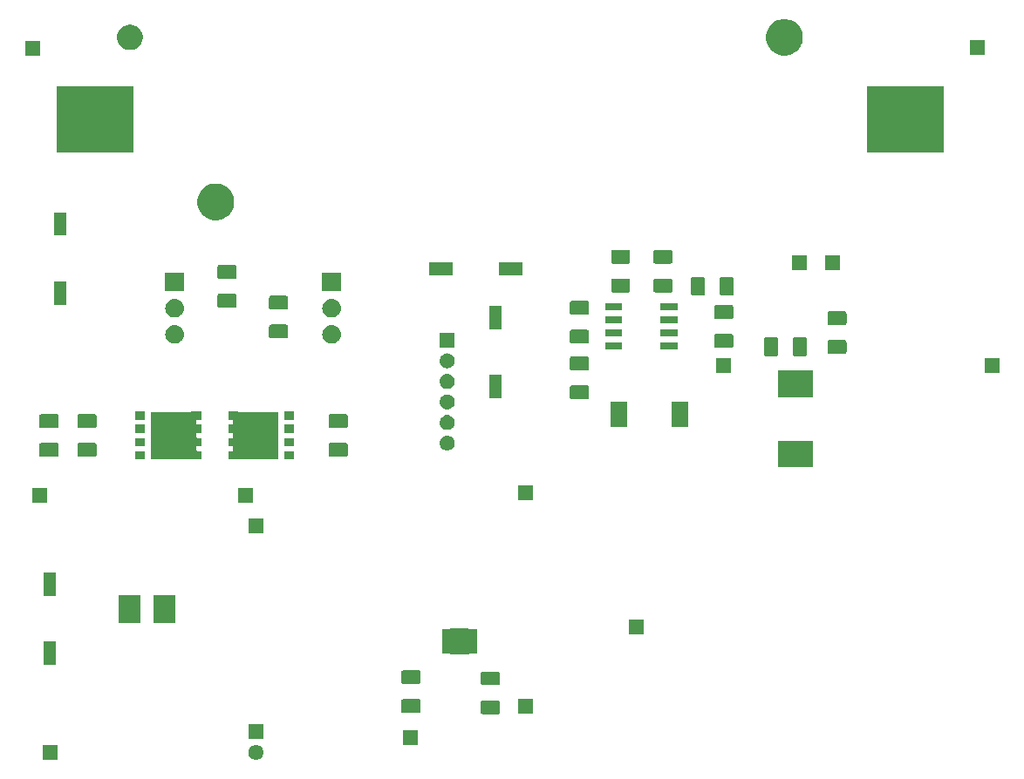
<source format=gbr>
G04 #@! TF.GenerationSoftware,KiCad,Pcbnew,(5.1.0)-1*
G04 #@! TF.CreationDate,2019-06-24T17:02:51-03:00*
G04 #@! TF.ProjectId,Main,4d61696e-2e6b-4696-9361-645f70636258,rev?*
G04 #@! TF.SameCoordinates,Original*
G04 #@! TF.FileFunction,Soldermask,Top*
G04 #@! TF.FilePolarity,Negative*
%FSLAX46Y46*%
G04 Gerber Fmt 4.6, Leading zero omitted, Abs format (unit mm)*
G04 Created by KiCad (PCBNEW (5.1.0)-1) date 2019-06-24 17:02:51*
%MOMM*%
%LPD*%
G04 APERTURE LIST*
%ADD10C,0.100000*%
G04 APERTURE END LIST*
D10*
G36*
X76671213Y-137677502D02*
G01*
X76742321Y-137684505D01*
X76879172Y-137726019D01*
X76879175Y-137726020D01*
X77005294Y-137793432D01*
X77115843Y-137884157D01*
X77206568Y-137994706D01*
X77273980Y-138120825D01*
X77273981Y-138120828D01*
X77315495Y-138257679D01*
X77329512Y-138400000D01*
X77315495Y-138542321D01*
X77273981Y-138679172D01*
X77273980Y-138679175D01*
X77206568Y-138805294D01*
X77115843Y-138915843D01*
X77005294Y-139006568D01*
X76879175Y-139073980D01*
X76879172Y-139073981D01*
X76742321Y-139115495D01*
X76671213Y-139122498D01*
X76635660Y-139126000D01*
X76564340Y-139126000D01*
X76528787Y-139122498D01*
X76457679Y-139115495D01*
X76320828Y-139073981D01*
X76320825Y-139073980D01*
X76194706Y-139006568D01*
X76084157Y-138915843D01*
X75993432Y-138805294D01*
X75926020Y-138679175D01*
X75926019Y-138679172D01*
X75884505Y-138542321D01*
X75870488Y-138400000D01*
X75884505Y-138257679D01*
X75926019Y-138120828D01*
X75926020Y-138120825D01*
X75993432Y-137994706D01*
X76084157Y-137884157D01*
X76194706Y-137793432D01*
X76320825Y-137726020D01*
X76320828Y-137726019D01*
X76457679Y-137684505D01*
X76528787Y-137677502D01*
X76564340Y-137674000D01*
X76635660Y-137674000D01*
X76671213Y-137677502D01*
X76671213Y-137677502D01*
G37*
G36*
X57326000Y-139126000D02*
G01*
X55874000Y-139126000D01*
X55874000Y-137674000D01*
X57326000Y-137674000D01*
X57326000Y-139126000D01*
X57326000Y-139126000D01*
G37*
G36*
X92326000Y-137656000D02*
G01*
X90874000Y-137656000D01*
X90874000Y-136204000D01*
X92326000Y-136204000D01*
X92326000Y-137656000D01*
X92326000Y-137656000D01*
G37*
G36*
X77326000Y-137126000D02*
G01*
X75874000Y-137126000D01*
X75874000Y-135674000D01*
X77326000Y-135674000D01*
X77326000Y-137126000D01*
X77326000Y-137126000D01*
G37*
G36*
X100118604Y-133328347D02*
G01*
X100155144Y-133339432D01*
X100188821Y-133357433D01*
X100218341Y-133381659D01*
X100242567Y-133411179D01*
X100260568Y-133444856D01*
X100271653Y-133481396D01*
X100276000Y-133525538D01*
X100276000Y-134474462D01*
X100271653Y-134518604D01*
X100260568Y-134555144D01*
X100242567Y-134588821D01*
X100218341Y-134618341D01*
X100188821Y-134642567D01*
X100155144Y-134660568D01*
X100118604Y-134671653D01*
X100074462Y-134676000D01*
X98625538Y-134676000D01*
X98581396Y-134671653D01*
X98544856Y-134660568D01*
X98511179Y-134642567D01*
X98481659Y-134618341D01*
X98457433Y-134588821D01*
X98439432Y-134555144D01*
X98428347Y-134518604D01*
X98424000Y-134474462D01*
X98424000Y-133525538D01*
X98428347Y-133481396D01*
X98439432Y-133444856D01*
X98457433Y-133411179D01*
X98481659Y-133381659D01*
X98511179Y-133357433D01*
X98544856Y-133339432D01*
X98581396Y-133328347D01*
X98625538Y-133324000D01*
X100074462Y-133324000D01*
X100118604Y-133328347D01*
X100118604Y-133328347D01*
G37*
G36*
X103476000Y-134636000D02*
G01*
X102024000Y-134636000D01*
X102024000Y-133184000D01*
X103476000Y-133184000D01*
X103476000Y-134636000D01*
X103476000Y-134636000D01*
G37*
G36*
X92405603Y-133213348D02*
G01*
X92442143Y-133224433D01*
X92475820Y-133242434D01*
X92505340Y-133266660D01*
X92529566Y-133296180D01*
X92547567Y-133329857D01*
X92558652Y-133366397D01*
X92562999Y-133410539D01*
X92562999Y-134359463D01*
X92558652Y-134403605D01*
X92547567Y-134440145D01*
X92529566Y-134473822D01*
X92505340Y-134503342D01*
X92475820Y-134527568D01*
X92442143Y-134545569D01*
X92405603Y-134556654D01*
X92361461Y-134561001D01*
X90912537Y-134561001D01*
X90868395Y-134556654D01*
X90831855Y-134545569D01*
X90798178Y-134527568D01*
X90768658Y-134503342D01*
X90744432Y-134473822D01*
X90726431Y-134440145D01*
X90715346Y-134403605D01*
X90710999Y-134359463D01*
X90710999Y-133410539D01*
X90715346Y-133366397D01*
X90726431Y-133329857D01*
X90744432Y-133296180D01*
X90768658Y-133266660D01*
X90798178Y-133242434D01*
X90831855Y-133224433D01*
X90868395Y-133213348D01*
X90912537Y-133209001D01*
X92361461Y-133209001D01*
X92405603Y-133213348D01*
X92405603Y-133213348D01*
G37*
G36*
X100118604Y-130528347D02*
G01*
X100155144Y-130539432D01*
X100188821Y-130557433D01*
X100218341Y-130581659D01*
X100242567Y-130611179D01*
X100260568Y-130644856D01*
X100271653Y-130681396D01*
X100276000Y-130725538D01*
X100276000Y-131674462D01*
X100271653Y-131718604D01*
X100260568Y-131755144D01*
X100242567Y-131788821D01*
X100218341Y-131818341D01*
X100188821Y-131842567D01*
X100155144Y-131860568D01*
X100118604Y-131871653D01*
X100074462Y-131876000D01*
X98625538Y-131876000D01*
X98581396Y-131871653D01*
X98544856Y-131860568D01*
X98511179Y-131842567D01*
X98481659Y-131818341D01*
X98457433Y-131788821D01*
X98439432Y-131755144D01*
X98428347Y-131718604D01*
X98424000Y-131674462D01*
X98424000Y-130725538D01*
X98428347Y-130681396D01*
X98439432Y-130644856D01*
X98457433Y-130611179D01*
X98481659Y-130581659D01*
X98511179Y-130557433D01*
X98544856Y-130539432D01*
X98581396Y-130528347D01*
X98625538Y-130524000D01*
X100074462Y-130524000D01*
X100118604Y-130528347D01*
X100118604Y-130528347D01*
G37*
G36*
X92405603Y-130413348D02*
G01*
X92442143Y-130424433D01*
X92475820Y-130442434D01*
X92505340Y-130466660D01*
X92529566Y-130496180D01*
X92547567Y-130529857D01*
X92558652Y-130566397D01*
X92562999Y-130610539D01*
X92562999Y-131559463D01*
X92558652Y-131603605D01*
X92547567Y-131640145D01*
X92529566Y-131673822D01*
X92505340Y-131703342D01*
X92475820Y-131727568D01*
X92442143Y-131745569D01*
X92405603Y-131756654D01*
X92361461Y-131761001D01*
X90912537Y-131761001D01*
X90868395Y-131756654D01*
X90831855Y-131745569D01*
X90798178Y-131727568D01*
X90768658Y-131703342D01*
X90744432Y-131673822D01*
X90726431Y-131640145D01*
X90715346Y-131603605D01*
X90710999Y-131559463D01*
X90710999Y-130610539D01*
X90715346Y-130566397D01*
X90726431Y-130529857D01*
X90744432Y-130496180D01*
X90768658Y-130466660D01*
X90798178Y-130442434D01*
X90831855Y-130424433D01*
X90868395Y-130413348D01*
X90912537Y-130409001D01*
X92361461Y-130409001D01*
X92405603Y-130413348D01*
X92405603Y-130413348D01*
G37*
G36*
X57211000Y-129896000D02*
G01*
X55989000Y-129896000D01*
X55989000Y-127634000D01*
X57211000Y-127634000D01*
X57211000Y-129896000D01*
X57211000Y-129896000D01*
G37*
G36*
X97262611Y-126362389D02*
G01*
X97281553Y-126377934D01*
X97303164Y-126389485D01*
X97326613Y-126396598D01*
X97350999Y-126399000D01*
X98051000Y-126399000D01*
X98051000Y-128801000D01*
X97350999Y-128801000D01*
X97326613Y-128803402D01*
X97303164Y-128810515D01*
X97281553Y-128822066D01*
X97262611Y-128837611D01*
X97251623Y-128851000D01*
X95448377Y-128851000D01*
X95437389Y-128837611D01*
X95418447Y-128822066D01*
X95396836Y-128810515D01*
X95373387Y-128803402D01*
X95349001Y-128801000D01*
X94649000Y-128801000D01*
X94649000Y-126399000D01*
X95349001Y-126399000D01*
X95373387Y-126396598D01*
X95396836Y-126389485D01*
X95418447Y-126377934D01*
X95437389Y-126362389D01*
X95448377Y-126349000D01*
X97251623Y-126349000D01*
X97262611Y-126362389D01*
X97262611Y-126362389D01*
G37*
G36*
X114276000Y-126926000D02*
G01*
X112824000Y-126926000D01*
X112824000Y-125474000D01*
X114276000Y-125474000D01*
X114276000Y-126926000D01*
X114276000Y-126926000D01*
G37*
G36*
X68801000Y-125786000D02*
G01*
X66699000Y-125786000D01*
X66699000Y-123134000D01*
X68801000Y-123134000D01*
X68801000Y-125786000D01*
X68801000Y-125786000D01*
G37*
G36*
X65381000Y-125786000D02*
G01*
X63279000Y-125786000D01*
X63279000Y-123134000D01*
X65381000Y-123134000D01*
X65381000Y-125786000D01*
X65381000Y-125786000D01*
G37*
G36*
X57211000Y-123166000D02*
G01*
X55989000Y-123166000D01*
X55989000Y-120904000D01*
X57211000Y-120904000D01*
X57211000Y-123166000D01*
X57211000Y-123166000D01*
G37*
G36*
X77326000Y-117126000D02*
G01*
X75874000Y-117126000D01*
X75874000Y-115674000D01*
X77326000Y-115674000D01*
X77326000Y-117126000D01*
X77326000Y-117126000D01*
G37*
G36*
X76326000Y-114126000D02*
G01*
X74874000Y-114126000D01*
X74874000Y-112674000D01*
X76326000Y-112674000D01*
X76326000Y-114126000D01*
X76326000Y-114126000D01*
G37*
G36*
X56326000Y-114126000D02*
G01*
X54874000Y-114126000D01*
X54874000Y-112674000D01*
X56326000Y-112674000D01*
X56326000Y-114126000D01*
X56326000Y-114126000D01*
G37*
G36*
X103476000Y-113926000D02*
G01*
X102024000Y-113926000D01*
X102024000Y-112474000D01*
X103476000Y-112474000D01*
X103476000Y-113926000D01*
X103476000Y-113926000D01*
G37*
G36*
X130701000Y-110701000D02*
G01*
X127299000Y-110701000D01*
X127299000Y-108099000D01*
X130701000Y-108099000D01*
X130701000Y-110701000D01*
X130701000Y-110701000D01*
G37*
G36*
X80301000Y-109911000D02*
G01*
X79399000Y-109911000D01*
X79399000Y-109109000D01*
X80301000Y-109109000D01*
X80301000Y-109911000D01*
X80301000Y-109911000D01*
G37*
G36*
X74878164Y-105289485D02*
G01*
X74901613Y-105296598D01*
X74925999Y-105299000D01*
X78796000Y-105299000D01*
X78796000Y-109901000D01*
X74925999Y-109901000D01*
X74901613Y-109903402D01*
X74878164Y-109910515D01*
X74877257Y-109911000D01*
X73899000Y-109911000D01*
X73899000Y-109109000D01*
X74279001Y-109109000D01*
X74303387Y-109106598D01*
X74326836Y-109099485D01*
X74348447Y-109087934D01*
X74367389Y-109072389D01*
X74382934Y-109053447D01*
X74394485Y-109031836D01*
X74401598Y-109008387D01*
X74404000Y-108984001D01*
X74404000Y-108765999D01*
X74401598Y-108741613D01*
X74394485Y-108718164D01*
X74382934Y-108696553D01*
X74367389Y-108677611D01*
X74348447Y-108662066D01*
X74326836Y-108650515D01*
X74303387Y-108643402D01*
X74279001Y-108641000D01*
X73899000Y-108641000D01*
X73899000Y-107839000D01*
X74279001Y-107839000D01*
X74303387Y-107836598D01*
X74326836Y-107829485D01*
X74348447Y-107817934D01*
X74367389Y-107802389D01*
X74382934Y-107783447D01*
X74394485Y-107761836D01*
X74401598Y-107738387D01*
X74404000Y-107714001D01*
X74404000Y-107485999D01*
X74401598Y-107461613D01*
X74394485Y-107438164D01*
X74382934Y-107416553D01*
X74367389Y-107397611D01*
X74348447Y-107382066D01*
X74326836Y-107370515D01*
X74303387Y-107363402D01*
X74279001Y-107361000D01*
X73899000Y-107361000D01*
X73899000Y-106559000D01*
X74279001Y-106559000D01*
X74303387Y-106556598D01*
X74326836Y-106549485D01*
X74348447Y-106537934D01*
X74367389Y-106522389D01*
X74382934Y-106503447D01*
X74394485Y-106481836D01*
X74401598Y-106458387D01*
X74404000Y-106434001D01*
X74404000Y-106215999D01*
X74401598Y-106191613D01*
X74394485Y-106168164D01*
X74382934Y-106146553D01*
X74367389Y-106127611D01*
X74348447Y-106112066D01*
X74326836Y-106100515D01*
X74303387Y-106093402D01*
X74279001Y-106091000D01*
X73899000Y-106091000D01*
X73899000Y-105289000D01*
X74877257Y-105289000D01*
X74878164Y-105289485D01*
X74878164Y-105289485D01*
G37*
G36*
X65801000Y-109911000D02*
G01*
X64899000Y-109911000D01*
X64899000Y-109109000D01*
X65801000Y-109109000D01*
X65801000Y-109911000D01*
X65801000Y-109911000D01*
G37*
G36*
X71301000Y-106091000D02*
G01*
X70920999Y-106091000D01*
X70896613Y-106093402D01*
X70873164Y-106100515D01*
X70851553Y-106112066D01*
X70832611Y-106127611D01*
X70817066Y-106146553D01*
X70805515Y-106168164D01*
X70798402Y-106191613D01*
X70796000Y-106215999D01*
X70796000Y-106434001D01*
X70798402Y-106458387D01*
X70805515Y-106481836D01*
X70817066Y-106503447D01*
X70832611Y-106522389D01*
X70851553Y-106537934D01*
X70873164Y-106549485D01*
X70896613Y-106556598D01*
X70920999Y-106559000D01*
X71301000Y-106559000D01*
X71301000Y-107361000D01*
X70920999Y-107361000D01*
X70896613Y-107363402D01*
X70873164Y-107370515D01*
X70851553Y-107382066D01*
X70832611Y-107397611D01*
X70817066Y-107416553D01*
X70805515Y-107438164D01*
X70798402Y-107461613D01*
X70796000Y-107485999D01*
X70796000Y-107714001D01*
X70798402Y-107738387D01*
X70805515Y-107761836D01*
X70817066Y-107783447D01*
X70832611Y-107802389D01*
X70851553Y-107817934D01*
X70873164Y-107829485D01*
X70896613Y-107836598D01*
X70920999Y-107839000D01*
X71301000Y-107839000D01*
X71301000Y-108641000D01*
X70920999Y-108641000D01*
X70896613Y-108643402D01*
X70873164Y-108650515D01*
X70851553Y-108662066D01*
X70832611Y-108677611D01*
X70817066Y-108696553D01*
X70805515Y-108718164D01*
X70798402Y-108741613D01*
X70796000Y-108765999D01*
X70796000Y-108984001D01*
X70798402Y-109008387D01*
X70805515Y-109031836D01*
X70817066Y-109053447D01*
X70832611Y-109072389D01*
X70851553Y-109087934D01*
X70873164Y-109099485D01*
X70896613Y-109106598D01*
X70920999Y-109109000D01*
X71301000Y-109109000D01*
X71301000Y-109911000D01*
X70322743Y-109911000D01*
X70321836Y-109910515D01*
X70298387Y-109903402D01*
X70274001Y-109901000D01*
X66404000Y-109901000D01*
X66404000Y-105299000D01*
X70274001Y-105299000D01*
X70298387Y-105296598D01*
X70321836Y-105289485D01*
X70322743Y-105289000D01*
X71301000Y-105289000D01*
X71301000Y-106091000D01*
X71301000Y-106091000D01*
G37*
G36*
X57268604Y-108328347D02*
G01*
X57305144Y-108339432D01*
X57338821Y-108357433D01*
X57368341Y-108381659D01*
X57392567Y-108411179D01*
X57410568Y-108444856D01*
X57421653Y-108481396D01*
X57426000Y-108525538D01*
X57426000Y-109474462D01*
X57421653Y-109518604D01*
X57410568Y-109555144D01*
X57392567Y-109588821D01*
X57368341Y-109618341D01*
X57338821Y-109642567D01*
X57305144Y-109660568D01*
X57268604Y-109671653D01*
X57224462Y-109676000D01*
X55775538Y-109676000D01*
X55731396Y-109671653D01*
X55694856Y-109660568D01*
X55661179Y-109642567D01*
X55631659Y-109618341D01*
X55607433Y-109588821D01*
X55589432Y-109555144D01*
X55578347Y-109518604D01*
X55574000Y-109474462D01*
X55574000Y-108525538D01*
X55578347Y-108481396D01*
X55589432Y-108444856D01*
X55607433Y-108411179D01*
X55631659Y-108381659D01*
X55661179Y-108357433D01*
X55694856Y-108339432D01*
X55731396Y-108328347D01*
X55775538Y-108324000D01*
X57224462Y-108324000D01*
X57268604Y-108328347D01*
X57268604Y-108328347D01*
G37*
G36*
X60968604Y-108328347D02*
G01*
X61005144Y-108339432D01*
X61038821Y-108357433D01*
X61068341Y-108381659D01*
X61092567Y-108411179D01*
X61110568Y-108444856D01*
X61121653Y-108481396D01*
X61126000Y-108525538D01*
X61126000Y-109474462D01*
X61121653Y-109518604D01*
X61110568Y-109555144D01*
X61092567Y-109588821D01*
X61068341Y-109618341D01*
X61038821Y-109642567D01*
X61005144Y-109660568D01*
X60968604Y-109671653D01*
X60924462Y-109676000D01*
X59475538Y-109676000D01*
X59431396Y-109671653D01*
X59394856Y-109660568D01*
X59361179Y-109642567D01*
X59331659Y-109618341D01*
X59307433Y-109588821D01*
X59289432Y-109555144D01*
X59278347Y-109518604D01*
X59274000Y-109474462D01*
X59274000Y-108525538D01*
X59278347Y-108481396D01*
X59289432Y-108444856D01*
X59307433Y-108411179D01*
X59331659Y-108381659D01*
X59361179Y-108357433D01*
X59394856Y-108339432D01*
X59431396Y-108328347D01*
X59475538Y-108324000D01*
X60924462Y-108324000D01*
X60968604Y-108328347D01*
X60968604Y-108328347D01*
G37*
G36*
X85368604Y-108328347D02*
G01*
X85405144Y-108339432D01*
X85438821Y-108357433D01*
X85468341Y-108381659D01*
X85492567Y-108411179D01*
X85510568Y-108444856D01*
X85521653Y-108481396D01*
X85526000Y-108525538D01*
X85526000Y-109474462D01*
X85521653Y-109518604D01*
X85510568Y-109555144D01*
X85492567Y-109588821D01*
X85468341Y-109618341D01*
X85438821Y-109642567D01*
X85405144Y-109660568D01*
X85368604Y-109671653D01*
X85324462Y-109676000D01*
X83875538Y-109676000D01*
X83831396Y-109671653D01*
X83794856Y-109660568D01*
X83761179Y-109642567D01*
X83731659Y-109618341D01*
X83707433Y-109588821D01*
X83689432Y-109555144D01*
X83678347Y-109518604D01*
X83674000Y-109474462D01*
X83674000Y-108525538D01*
X83678347Y-108481396D01*
X83689432Y-108444856D01*
X83707433Y-108411179D01*
X83731659Y-108381659D01*
X83761179Y-108357433D01*
X83794856Y-108339432D01*
X83831396Y-108328347D01*
X83875538Y-108324000D01*
X85324462Y-108324000D01*
X85368604Y-108328347D01*
X85368604Y-108328347D01*
G37*
G36*
X95231213Y-107617502D02*
G01*
X95302321Y-107624505D01*
X95439172Y-107666019D01*
X95439175Y-107666020D01*
X95565294Y-107733432D01*
X95675843Y-107824157D01*
X95766568Y-107934706D01*
X95833980Y-108060825D01*
X95833981Y-108060828D01*
X95875495Y-108197679D01*
X95889512Y-108340000D01*
X95875495Y-108482321D01*
X95833981Y-108619172D01*
X95833980Y-108619175D01*
X95766568Y-108745294D01*
X95675843Y-108855843D01*
X95565294Y-108946568D01*
X95439175Y-109013980D01*
X95439172Y-109013981D01*
X95302321Y-109055495D01*
X95231213Y-109062498D01*
X95195660Y-109066000D01*
X95124340Y-109066000D01*
X95088787Y-109062498D01*
X95017679Y-109055495D01*
X94880828Y-109013981D01*
X94880825Y-109013980D01*
X94754706Y-108946568D01*
X94644157Y-108855843D01*
X94553432Y-108745294D01*
X94486020Y-108619175D01*
X94486019Y-108619172D01*
X94444505Y-108482321D01*
X94430488Y-108340000D01*
X94444505Y-108197679D01*
X94486019Y-108060828D01*
X94486020Y-108060825D01*
X94553432Y-107934706D01*
X94644157Y-107824157D01*
X94754706Y-107733432D01*
X94880825Y-107666020D01*
X94880828Y-107666019D01*
X95017679Y-107624505D01*
X95088787Y-107617502D01*
X95124340Y-107614000D01*
X95195660Y-107614000D01*
X95231213Y-107617502D01*
X95231213Y-107617502D01*
G37*
G36*
X80301000Y-108641000D02*
G01*
X79399000Y-108641000D01*
X79399000Y-107839000D01*
X80301000Y-107839000D01*
X80301000Y-108641000D01*
X80301000Y-108641000D01*
G37*
G36*
X65801000Y-108641000D02*
G01*
X64899000Y-108641000D01*
X64899000Y-107839000D01*
X65801000Y-107839000D01*
X65801000Y-108641000D01*
X65801000Y-108641000D01*
G37*
G36*
X65801000Y-107361000D02*
G01*
X64899000Y-107361000D01*
X64899000Y-106559000D01*
X65801000Y-106559000D01*
X65801000Y-107361000D01*
X65801000Y-107361000D01*
G37*
G36*
X80301000Y-107361000D02*
G01*
X79399000Y-107361000D01*
X79399000Y-106559000D01*
X80301000Y-106559000D01*
X80301000Y-107361000D01*
X80301000Y-107361000D01*
G37*
G36*
X95231213Y-105617502D02*
G01*
X95302321Y-105624505D01*
X95439172Y-105666019D01*
X95439175Y-105666020D01*
X95565294Y-105733432D01*
X95675843Y-105824157D01*
X95766568Y-105934706D01*
X95833980Y-106060825D01*
X95833981Y-106060828D01*
X95875495Y-106197679D01*
X95889512Y-106340000D01*
X95875495Y-106482321D01*
X95852963Y-106556598D01*
X95833980Y-106619175D01*
X95766568Y-106745294D01*
X95675843Y-106855843D01*
X95565294Y-106946568D01*
X95439175Y-107013980D01*
X95439172Y-107013981D01*
X95302321Y-107055495D01*
X95231213Y-107062498D01*
X95195660Y-107066000D01*
X95124340Y-107066000D01*
X95088787Y-107062498D01*
X95017679Y-107055495D01*
X94880828Y-107013981D01*
X94880825Y-107013980D01*
X94754706Y-106946568D01*
X94644157Y-106855843D01*
X94553432Y-106745294D01*
X94486020Y-106619175D01*
X94467037Y-106556598D01*
X94444505Y-106482321D01*
X94430488Y-106340000D01*
X94444505Y-106197679D01*
X94486019Y-106060828D01*
X94486020Y-106060825D01*
X94553432Y-105934706D01*
X94644157Y-105824157D01*
X94754706Y-105733432D01*
X94880825Y-105666020D01*
X94880828Y-105666019D01*
X95017679Y-105624505D01*
X95088787Y-105617502D01*
X95124340Y-105614000D01*
X95195660Y-105614000D01*
X95231213Y-105617502D01*
X95231213Y-105617502D01*
G37*
G36*
X57268604Y-105528347D02*
G01*
X57305144Y-105539432D01*
X57338821Y-105557433D01*
X57368341Y-105581659D01*
X57392567Y-105611179D01*
X57410568Y-105644856D01*
X57421653Y-105681396D01*
X57426000Y-105725538D01*
X57426000Y-106674462D01*
X57421653Y-106718604D01*
X57410568Y-106755144D01*
X57392567Y-106788821D01*
X57368341Y-106818341D01*
X57338821Y-106842567D01*
X57305144Y-106860568D01*
X57268604Y-106871653D01*
X57224462Y-106876000D01*
X55775538Y-106876000D01*
X55731396Y-106871653D01*
X55694856Y-106860568D01*
X55661179Y-106842567D01*
X55631659Y-106818341D01*
X55607433Y-106788821D01*
X55589432Y-106755144D01*
X55578347Y-106718604D01*
X55574000Y-106674462D01*
X55574000Y-105725538D01*
X55578347Y-105681396D01*
X55589432Y-105644856D01*
X55607433Y-105611179D01*
X55631659Y-105581659D01*
X55661179Y-105557433D01*
X55694856Y-105539432D01*
X55731396Y-105528347D01*
X55775538Y-105524000D01*
X57224462Y-105524000D01*
X57268604Y-105528347D01*
X57268604Y-105528347D01*
G37*
G36*
X60968604Y-105528347D02*
G01*
X61005144Y-105539432D01*
X61038821Y-105557433D01*
X61068341Y-105581659D01*
X61092567Y-105611179D01*
X61110568Y-105644856D01*
X61121653Y-105681396D01*
X61126000Y-105725538D01*
X61126000Y-106674462D01*
X61121653Y-106718604D01*
X61110568Y-106755144D01*
X61092567Y-106788821D01*
X61068341Y-106818341D01*
X61038821Y-106842567D01*
X61005144Y-106860568D01*
X60968604Y-106871653D01*
X60924462Y-106876000D01*
X59475538Y-106876000D01*
X59431396Y-106871653D01*
X59394856Y-106860568D01*
X59361179Y-106842567D01*
X59331659Y-106818341D01*
X59307433Y-106788821D01*
X59289432Y-106755144D01*
X59278347Y-106718604D01*
X59274000Y-106674462D01*
X59274000Y-105725538D01*
X59278347Y-105681396D01*
X59289432Y-105644856D01*
X59307433Y-105611179D01*
X59331659Y-105581659D01*
X59361179Y-105557433D01*
X59394856Y-105539432D01*
X59431396Y-105528347D01*
X59475538Y-105524000D01*
X60924462Y-105524000D01*
X60968604Y-105528347D01*
X60968604Y-105528347D01*
G37*
G36*
X85368604Y-105528347D02*
G01*
X85405144Y-105539432D01*
X85438821Y-105557433D01*
X85468341Y-105581659D01*
X85492567Y-105611179D01*
X85510568Y-105644856D01*
X85521653Y-105681396D01*
X85526000Y-105725538D01*
X85526000Y-106674462D01*
X85521653Y-106718604D01*
X85510568Y-106755144D01*
X85492567Y-106788821D01*
X85468341Y-106818341D01*
X85438821Y-106842567D01*
X85405144Y-106860568D01*
X85368604Y-106871653D01*
X85324462Y-106876000D01*
X83875538Y-106876000D01*
X83831396Y-106871653D01*
X83794856Y-106860568D01*
X83761179Y-106842567D01*
X83731659Y-106818341D01*
X83707433Y-106788821D01*
X83689432Y-106755144D01*
X83678347Y-106718604D01*
X83674000Y-106674462D01*
X83674000Y-105725538D01*
X83678347Y-105681396D01*
X83689432Y-105644856D01*
X83707433Y-105611179D01*
X83731659Y-105581659D01*
X83761179Y-105557433D01*
X83794856Y-105539432D01*
X83831396Y-105528347D01*
X83875538Y-105524000D01*
X85324462Y-105524000D01*
X85368604Y-105528347D01*
X85368604Y-105528347D01*
G37*
G36*
X118516000Y-106781000D02*
G01*
X116964000Y-106781000D01*
X116964000Y-104279000D01*
X118516000Y-104279000D01*
X118516000Y-106781000D01*
X118516000Y-106781000D01*
G37*
G36*
X112616000Y-106781000D02*
G01*
X111064000Y-106781000D01*
X111064000Y-104279000D01*
X112616000Y-104279000D01*
X112616000Y-106781000D01*
X112616000Y-106781000D01*
G37*
G36*
X65801000Y-106091000D02*
G01*
X64899000Y-106091000D01*
X64899000Y-105289000D01*
X65801000Y-105289000D01*
X65801000Y-106091000D01*
X65801000Y-106091000D01*
G37*
G36*
X80301000Y-106091000D02*
G01*
X79399000Y-106091000D01*
X79399000Y-105289000D01*
X80301000Y-105289000D01*
X80301000Y-106091000D01*
X80301000Y-106091000D01*
G37*
G36*
X95231213Y-103617502D02*
G01*
X95302321Y-103624505D01*
X95439172Y-103666019D01*
X95439175Y-103666020D01*
X95565294Y-103733432D01*
X95675843Y-103824157D01*
X95766568Y-103934706D01*
X95833980Y-104060825D01*
X95833981Y-104060828D01*
X95875495Y-104197679D01*
X95889512Y-104340000D01*
X95875495Y-104482321D01*
X95833981Y-104619172D01*
X95833980Y-104619175D01*
X95766568Y-104745294D01*
X95675843Y-104855843D01*
X95565294Y-104946568D01*
X95439175Y-105013980D01*
X95439172Y-105013981D01*
X95302321Y-105055495D01*
X95231213Y-105062498D01*
X95195660Y-105066000D01*
X95124340Y-105066000D01*
X95088787Y-105062498D01*
X95017679Y-105055495D01*
X94880828Y-105013981D01*
X94880825Y-105013980D01*
X94754706Y-104946568D01*
X94644157Y-104855843D01*
X94553432Y-104745294D01*
X94486020Y-104619175D01*
X94486019Y-104619172D01*
X94444505Y-104482321D01*
X94430488Y-104340000D01*
X94444505Y-104197679D01*
X94486019Y-104060828D01*
X94486020Y-104060825D01*
X94553432Y-103934706D01*
X94644157Y-103824157D01*
X94754706Y-103733432D01*
X94880825Y-103666020D01*
X94880828Y-103666019D01*
X95017679Y-103624505D01*
X95088787Y-103617502D01*
X95124340Y-103614000D01*
X95195660Y-103614000D01*
X95231213Y-103617502D01*
X95231213Y-103617502D01*
G37*
G36*
X108768604Y-102728347D02*
G01*
X108805144Y-102739432D01*
X108838821Y-102757433D01*
X108868341Y-102781659D01*
X108892567Y-102811179D01*
X108910568Y-102844856D01*
X108921653Y-102881396D01*
X108926000Y-102925538D01*
X108926000Y-103874462D01*
X108921653Y-103918604D01*
X108910568Y-103955144D01*
X108892567Y-103988821D01*
X108868341Y-104018341D01*
X108838821Y-104042567D01*
X108805144Y-104060568D01*
X108768604Y-104071653D01*
X108724462Y-104076000D01*
X107275538Y-104076000D01*
X107231396Y-104071653D01*
X107194856Y-104060568D01*
X107161179Y-104042567D01*
X107131659Y-104018341D01*
X107107433Y-103988821D01*
X107089432Y-103955144D01*
X107078347Y-103918604D01*
X107074000Y-103874462D01*
X107074000Y-102925538D01*
X107078347Y-102881396D01*
X107089432Y-102844856D01*
X107107433Y-102811179D01*
X107131659Y-102781659D01*
X107161179Y-102757433D01*
X107194856Y-102739432D01*
X107231396Y-102728347D01*
X107275538Y-102724000D01*
X108724462Y-102724000D01*
X108768604Y-102728347D01*
X108768604Y-102728347D01*
G37*
G36*
X100461000Y-103996000D02*
G01*
X99239000Y-103996000D01*
X99239000Y-101734000D01*
X100461000Y-101734000D01*
X100461000Y-103996000D01*
X100461000Y-103996000D01*
G37*
G36*
X130701000Y-103901000D02*
G01*
X127299000Y-103901000D01*
X127299000Y-101299000D01*
X130701000Y-101299000D01*
X130701000Y-103901000D01*
X130701000Y-103901000D01*
G37*
G36*
X95231213Y-101617502D02*
G01*
X95302321Y-101624505D01*
X95439172Y-101666019D01*
X95439175Y-101666020D01*
X95565294Y-101733432D01*
X95675843Y-101824157D01*
X95766568Y-101934706D01*
X95833980Y-102060825D01*
X95833981Y-102060828D01*
X95875495Y-102197679D01*
X95889512Y-102340000D01*
X95875495Y-102482321D01*
X95833981Y-102619172D01*
X95833980Y-102619175D01*
X95766568Y-102745294D01*
X95675843Y-102855843D01*
X95565294Y-102946568D01*
X95439175Y-103013980D01*
X95439172Y-103013981D01*
X95302321Y-103055495D01*
X95231213Y-103062498D01*
X95195660Y-103066000D01*
X95124340Y-103066000D01*
X95088787Y-103062498D01*
X95017679Y-103055495D01*
X94880828Y-103013981D01*
X94880825Y-103013980D01*
X94754706Y-102946568D01*
X94644157Y-102855843D01*
X94553432Y-102745294D01*
X94486020Y-102619175D01*
X94486019Y-102619172D01*
X94444505Y-102482321D01*
X94430488Y-102340000D01*
X94444505Y-102197679D01*
X94486019Y-102060828D01*
X94486020Y-102060825D01*
X94553432Y-101934706D01*
X94644157Y-101824157D01*
X94754706Y-101733432D01*
X94880825Y-101666020D01*
X94880828Y-101666019D01*
X95017679Y-101624505D01*
X95088787Y-101617502D01*
X95124340Y-101614000D01*
X95195660Y-101614000D01*
X95231213Y-101617502D01*
X95231213Y-101617502D01*
G37*
G36*
X148756000Y-101546000D02*
G01*
X147304000Y-101546000D01*
X147304000Y-100094000D01*
X148756000Y-100094000D01*
X148756000Y-101546000D01*
X148756000Y-101546000D01*
G37*
G36*
X122736000Y-101506000D02*
G01*
X121284000Y-101506000D01*
X121284000Y-100054000D01*
X122736000Y-100054000D01*
X122736000Y-101506000D01*
X122736000Y-101506000D01*
G37*
G36*
X108768604Y-99928347D02*
G01*
X108805144Y-99939432D01*
X108838821Y-99957433D01*
X108868341Y-99981659D01*
X108892567Y-100011179D01*
X108910568Y-100044856D01*
X108921653Y-100081396D01*
X108926000Y-100125538D01*
X108926000Y-101074462D01*
X108921653Y-101118604D01*
X108910568Y-101155144D01*
X108892567Y-101188821D01*
X108868341Y-101218341D01*
X108838821Y-101242567D01*
X108805144Y-101260568D01*
X108768604Y-101271653D01*
X108724462Y-101276000D01*
X107275538Y-101276000D01*
X107231396Y-101271653D01*
X107194856Y-101260568D01*
X107161179Y-101242567D01*
X107131659Y-101218341D01*
X107107433Y-101188821D01*
X107089432Y-101155144D01*
X107078347Y-101118604D01*
X107074000Y-101074462D01*
X107074000Y-100125538D01*
X107078347Y-100081396D01*
X107089432Y-100044856D01*
X107107433Y-100011179D01*
X107131659Y-99981659D01*
X107161179Y-99957433D01*
X107194856Y-99939432D01*
X107231396Y-99928347D01*
X107275538Y-99924000D01*
X108724462Y-99924000D01*
X108768604Y-99928347D01*
X108768604Y-99928347D01*
G37*
G36*
X95231213Y-99617502D02*
G01*
X95302321Y-99624505D01*
X95439172Y-99666019D01*
X95439175Y-99666020D01*
X95565294Y-99733432D01*
X95675843Y-99824157D01*
X95766568Y-99934706D01*
X95833980Y-100060825D01*
X95833981Y-100060828D01*
X95875495Y-100197679D01*
X95889512Y-100340000D01*
X95875495Y-100482321D01*
X95833981Y-100619172D01*
X95833980Y-100619175D01*
X95766568Y-100745294D01*
X95675843Y-100855843D01*
X95565294Y-100946568D01*
X95439175Y-101013980D01*
X95439172Y-101013981D01*
X95302321Y-101055495D01*
X95231213Y-101062498D01*
X95195660Y-101066000D01*
X95124340Y-101066000D01*
X95088787Y-101062498D01*
X95017679Y-101055495D01*
X94880828Y-101013981D01*
X94880825Y-101013980D01*
X94754706Y-100946568D01*
X94644157Y-100855843D01*
X94553432Y-100745294D01*
X94486020Y-100619175D01*
X94486019Y-100619172D01*
X94444505Y-100482321D01*
X94430488Y-100340000D01*
X94444505Y-100197679D01*
X94486019Y-100060828D01*
X94486020Y-100060825D01*
X94553432Y-99934706D01*
X94644157Y-99824157D01*
X94754706Y-99733432D01*
X94880825Y-99666020D01*
X94880828Y-99666019D01*
X95017679Y-99624505D01*
X95088787Y-99617502D01*
X95124340Y-99614000D01*
X95195660Y-99614000D01*
X95231213Y-99617502D01*
X95231213Y-99617502D01*
G37*
G36*
X129918604Y-98078347D02*
G01*
X129955144Y-98089432D01*
X129988821Y-98107433D01*
X130018341Y-98131659D01*
X130042567Y-98161179D01*
X130060568Y-98194856D01*
X130071653Y-98231396D01*
X130076000Y-98275538D01*
X130076000Y-99724462D01*
X130071653Y-99768604D01*
X130060568Y-99805144D01*
X130042567Y-99838821D01*
X130018341Y-99868341D01*
X129988821Y-99892567D01*
X129955144Y-99910568D01*
X129918604Y-99921653D01*
X129874462Y-99926000D01*
X128925538Y-99926000D01*
X128881396Y-99921653D01*
X128844856Y-99910568D01*
X128811179Y-99892567D01*
X128781659Y-99868341D01*
X128757433Y-99838821D01*
X128739432Y-99805144D01*
X128728347Y-99768604D01*
X128724000Y-99724462D01*
X128724000Y-98275538D01*
X128728347Y-98231396D01*
X128739432Y-98194856D01*
X128757433Y-98161179D01*
X128781659Y-98131659D01*
X128811179Y-98107433D01*
X128844856Y-98089432D01*
X128881396Y-98078347D01*
X128925538Y-98074000D01*
X129874462Y-98074000D01*
X129918604Y-98078347D01*
X129918604Y-98078347D01*
G37*
G36*
X127118604Y-98078347D02*
G01*
X127155144Y-98089432D01*
X127188821Y-98107433D01*
X127218341Y-98131659D01*
X127242567Y-98161179D01*
X127260568Y-98194856D01*
X127271653Y-98231396D01*
X127276000Y-98275538D01*
X127276000Y-99724462D01*
X127271653Y-99768604D01*
X127260568Y-99805144D01*
X127242567Y-99838821D01*
X127218341Y-99868341D01*
X127188821Y-99892567D01*
X127155144Y-99910568D01*
X127118604Y-99921653D01*
X127074462Y-99926000D01*
X126125538Y-99926000D01*
X126081396Y-99921653D01*
X126044856Y-99910568D01*
X126011179Y-99892567D01*
X125981659Y-99868341D01*
X125957433Y-99838821D01*
X125939432Y-99805144D01*
X125928347Y-99768604D01*
X125924000Y-99724462D01*
X125924000Y-98275538D01*
X125928347Y-98231396D01*
X125939432Y-98194856D01*
X125957433Y-98161179D01*
X125981659Y-98131659D01*
X126011179Y-98107433D01*
X126044856Y-98089432D01*
X126081396Y-98078347D01*
X126125538Y-98074000D01*
X127074462Y-98074000D01*
X127118604Y-98078347D01*
X127118604Y-98078347D01*
G37*
G36*
X133768604Y-98328347D02*
G01*
X133805144Y-98339432D01*
X133838821Y-98357433D01*
X133868341Y-98381659D01*
X133892567Y-98411179D01*
X133910568Y-98444856D01*
X133921653Y-98481396D01*
X133926000Y-98525538D01*
X133926000Y-99474462D01*
X133921653Y-99518604D01*
X133910568Y-99555144D01*
X133892567Y-99588821D01*
X133868341Y-99618341D01*
X133838821Y-99642567D01*
X133805144Y-99660568D01*
X133768604Y-99671653D01*
X133724462Y-99676000D01*
X132275538Y-99676000D01*
X132231396Y-99671653D01*
X132194856Y-99660568D01*
X132161179Y-99642567D01*
X132131659Y-99618341D01*
X132107433Y-99588821D01*
X132089432Y-99555144D01*
X132078347Y-99518604D01*
X132074000Y-99474462D01*
X132074000Y-98525538D01*
X132078347Y-98481396D01*
X132089432Y-98444856D01*
X132107433Y-98411179D01*
X132131659Y-98381659D01*
X132161179Y-98357433D01*
X132194856Y-98339432D01*
X132231396Y-98328347D01*
X132275538Y-98324000D01*
X133724462Y-98324000D01*
X133768604Y-98328347D01*
X133768604Y-98328347D01*
G37*
G36*
X117526000Y-99256000D02*
G01*
X115874000Y-99256000D01*
X115874000Y-98554000D01*
X117526000Y-98554000D01*
X117526000Y-99256000D01*
X117526000Y-99256000D01*
G37*
G36*
X112126000Y-99256000D02*
G01*
X110474000Y-99256000D01*
X110474000Y-98554000D01*
X112126000Y-98554000D01*
X112126000Y-99256000D01*
X112126000Y-99256000D01*
G37*
G36*
X122768604Y-97728347D02*
G01*
X122805144Y-97739432D01*
X122838821Y-97757433D01*
X122868341Y-97781659D01*
X122892567Y-97811179D01*
X122910568Y-97844856D01*
X122921653Y-97881396D01*
X122926000Y-97925538D01*
X122926000Y-98874462D01*
X122921653Y-98918604D01*
X122910568Y-98955144D01*
X122892567Y-98988821D01*
X122868341Y-99018341D01*
X122838821Y-99042567D01*
X122805144Y-99060568D01*
X122768604Y-99071653D01*
X122724462Y-99076000D01*
X121275538Y-99076000D01*
X121231396Y-99071653D01*
X121194856Y-99060568D01*
X121161179Y-99042567D01*
X121131659Y-99018341D01*
X121107433Y-98988821D01*
X121089432Y-98955144D01*
X121078347Y-98918604D01*
X121074000Y-98874462D01*
X121074000Y-97925538D01*
X121078347Y-97881396D01*
X121089432Y-97844856D01*
X121107433Y-97811179D01*
X121131659Y-97781659D01*
X121161179Y-97757433D01*
X121194856Y-97739432D01*
X121231396Y-97728347D01*
X121275538Y-97724000D01*
X122724462Y-97724000D01*
X122768604Y-97728347D01*
X122768604Y-97728347D01*
G37*
G36*
X95886000Y-99066000D02*
G01*
X94434000Y-99066000D01*
X94434000Y-97614000D01*
X95886000Y-97614000D01*
X95886000Y-99066000D01*
X95886000Y-99066000D01*
G37*
G36*
X68810442Y-96885518D02*
G01*
X68876627Y-96892037D01*
X69046466Y-96943557D01*
X69202991Y-97027222D01*
X69220569Y-97041648D01*
X69340186Y-97139814D01*
X69423448Y-97241271D01*
X69452778Y-97277009D01*
X69536443Y-97433534D01*
X69587963Y-97603373D01*
X69605359Y-97780000D01*
X69587963Y-97956627D01*
X69536443Y-98126466D01*
X69452778Y-98282991D01*
X69445673Y-98291648D01*
X69340186Y-98420186D01*
X69238729Y-98503448D01*
X69202991Y-98532778D01*
X69124728Y-98574611D01*
X69083212Y-98596802D01*
X69046466Y-98616443D01*
X68876627Y-98667963D01*
X68810443Y-98674481D01*
X68744260Y-98681000D01*
X68655740Y-98681000D01*
X68589557Y-98674481D01*
X68523373Y-98667963D01*
X68353534Y-98616443D01*
X68316789Y-98596802D01*
X68275272Y-98574611D01*
X68197009Y-98532778D01*
X68161271Y-98503448D01*
X68059814Y-98420186D01*
X67954327Y-98291648D01*
X67947222Y-98282991D01*
X67863557Y-98126466D01*
X67812037Y-97956627D01*
X67794641Y-97780000D01*
X67812037Y-97603373D01*
X67863557Y-97433534D01*
X67947222Y-97277009D01*
X67976552Y-97241271D01*
X68059814Y-97139814D01*
X68179431Y-97041648D01*
X68197009Y-97027222D01*
X68353534Y-96943557D01*
X68523373Y-96892037D01*
X68589558Y-96885518D01*
X68655740Y-96879000D01*
X68744260Y-96879000D01*
X68810442Y-96885518D01*
X68810442Y-96885518D01*
G37*
G36*
X84050442Y-96885518D02*
G01*
X84116627Y-96892037D01*
X84286466Y-96943557D01*
X84442991Y-97027222D01*
X84460569Y-97041648D01*
X84580186Y-97139814D01*
X84663448Y-97241271D01*
X84692778Y-97277009D01*
X84776443Y-97433534D01*
X84827963Y-97603373D01*
X84845359Y-97780000D01*
X84827963Y-97956627D01*
X84776443Y-98126466D01*
X84692778Y-98282991D01*
X84685673Y-98291648D01*
X84580186Y-98420186D01*
X84478729Y-98503448D01*
X84442991Y-98532778D01*
X84364728Y-98574611D01*
X84323212Y-98596802D01*
X84286466Y-98616443D01*
X84116627Y-98667963D01*
X84050443Y-98674481D01*
X83984260Y-98681000D01*
X83895740Y-98681000D01*
X83829557Y-98674481D01*
X83763373Y-98667963D01*
X83593534Y-98616443D01*
X83556789Y-98596802D01*
X83515272Y-98574611D01*
X83437009Y-98532778D01*
X83401271Y-98503448D01*
X83299814Y-98420186D01*
X83194327Y-98291648D01*
X83187222Y-98282991D01*
X83103557Y-98126466D01*
X83052037Y-97956627D01*
X83034641Y-97780000D01*
X83052037Y-97603373D01*
X83103557Y-97433534D01*
X83187222Y-97277009D01*
X83216552Y-97241271D01*
X83299814Y-97139814D01*
X83419431Y-97041648D01*
X83437009Y-97027222D01*
X83593534Y-96943557D01*
X83763373Y-96892037D01*
X83829558Y-96885518D01*
X83895740Y-96879000D01*
X83984260Y-96879000D01*
X84050442Y-96885518D01*
X84050442Y-96885518D01*
G37*
G36*
X108768604Y-97328347D02*
G01*
X108805144Y-97339432D01*
X108838821Y-97357433D01*
X108868341Y-97381659D01*
X108892567Y-97411179D01*
X108910568Y-97444856D01*
X108921653Y-97481396D01*
X108926000Y-97525538D01*
X108926000Y-98474462D01*
X108921653Y-98518604D01*
X108910568Y-98555144D01*
X108892567Y-98588821D01*
X108868341Y-98618341D01*
X108838821Y-98642567D01*
X108805144Y-98660568D01*
X108768604Y-98671653D01*
X108724462Y-98676000D01*
X107275538Y-98676000D01*
X107231396Y-98671653D01*
X107194856Y-98660568D01*
X107161179Y-98642567D01*
X107131659Y-98618341D01*
X107107433Y-98588821D01*
X107089432Y-98555144D01*
X107078347Y-98518604D01*
X107074000Y-98474462D01*
X107074000Y-97525538D01*
X107078347Y-97481396D01*
X107089432Y-97444856D01*
X107107433Y-97411179D01*
X107131659Y-97381659D01*
X107161179Y-97357433D01*
X107194856Y-97339432D01*
X107231396Y-97328347D01*
X107275538Y-97324000D01*
X108724462Y-97324000D01*
X108768604Y-97328347D01*
X108768604Y-97328347D01*
G37*
G36*
X79568604Y-96828347D02*
G01*
X79605144Y-96839432D01*
X79638821Y-96857433D01*
X79668341Y-96881659D01*
X79692567Y-96911179D01*
X79710568Y-96944856D01*
X79721653Y-96981396D01*
X79726000Y-97025538D01*
X79726000Y-97974462D01*
X79721653Y-98018604D01*
X79710568Y-98055144D01*
X79692567Y-98088821D01*
X79668341Y-98118341D01*
X79638821Y-98142567D01*
X79605144Y-98160568D01*
X79568604Y-98171653D01*
X79524462Y-98176000D01*
X78075538Y-98176000D01*
X78031396Y-98171653D01*
X77994856Y-98160568D01*
X77961179Y-98142567D01*
X77931659Y-98118341D01*
X77907433Y-98088821D01*
X77889432Y-98055144D01*
X77878347Y-98018604D01*
X77874000Y-97974462D01*
X77874000Y-97025538D01*
X77878347Y-96981396D01*
X77889432Y-96944856D01*
X77907433Y-96911179D01*
X77931659Y-96881659D01*
X77961179Y-96857433D01*
X77994856Y-96839432D01*
X78031396Y-96828347D01*
X78075538Y-96824000D01*
X79524462Y-96824000D01*
X79568604Y-96828347D01*
X79568604Y-96828347D01*
G37*
G36*
X112126000Y-97986000D02*
G01*
X110474000Y-97986000D01*
X110474000Y-97284000D01*
X112126000Y-97284000D01*
X112126000Y-97986000D01*
X112126000Y-97986000D01*
G37*
G36*
X117526000Y-97986000D02*
G01*
X115874000Y-97986000D01*
X115874000Y-97284000D01*
X117526000Y-97284000D01*
X117526000Y-97986000D01*
X117526000Y-97986000D01*
G37*
G36*
X100461000Y-97266000D02*
G01*
X99239000Y-97266000D01*
X99239000Y-95004000D01*
X100461000Y-95004000D01*
X100461000Y-97266000D01*
X100461000Y-97266000D01*
G37*
G36*
X133768604Y-95528347D02*
G01*
X133805144Y-95539432D01*
X133838821Y-95557433D01*
X133868341Y-95581659D01*
X133892567Y-95611179D01*
X133910568Y-95644856D01*
X133921653Y-95681396D01*
X133926000Y-95725538D01*
X133926000Y-96674462D01*
X133921653Y-96718604D01*
X133910568Y-96755144D01*
X133892567Y-96788821D01*
X133868341Y-96818341D01*
X133838821Y-96842567D01*
X133805144Y-96860568D01*
X133768604Y-96871653D01*
X133724462Y-96876000D01*
X132275538Y-96876000D01*
X132231396Y-96871653D01*
X132194856Y-96860568D01*
X132161179Y-96842567D01*
X132131659Y-96818341D01*
X132107433Y-96788821D01*
X132089432Y-96755144D01*
X132078347Y-96718604D01*
X132074000Y-96674462D01*
X132074000Y-95725538D01*
X132078347Y-95681396D01*
X132089432Y-95644856D01*
X132107433Y-95611179D01*
X132131659Y-95581659D01*
X132161179Y-95557433D01*
X132194856Y-95539432D01*
X132231396Y-95528347D01*
X132275538Y-95524000D01*
X133724462Y-95524000D01*
X133768604Y-95528347D01*
X133768604Y-95528347D01*
G37*
G36*
X112126000Y-96716000D02*
G01*
X110474000Y-96716000D01*
X110474000Y-96014000D01*
X112126000Y-96014000D01*
X112126000Y-96716000D01*
X112126000Y-96716000D01*
G37*
G36*
X117526000Y-96716000D02*
G01*
X115874000Y-96716000D01*
X115874000Y-96014000D01*
X117526000Y-96014000D01*
X117526000Y-96716000D01*
X117526000Y-96716000D01*
G37*
G36*
X122768604Y-94928347D02*
G01*
X122805144Y-94939432D01*
X122838821Y-94957433D01*
X122868341Y-94981659D01*
X122892567Y-95011179D01*
X122910568Y-95044856D01*
X122921653Y-95081396D01*
X122926000Y-95125538D01*
X122926000Y-96074462D01*
X122921653Y-96118604D01*
X122910568Y-96155144D01*
X122892567Y-96188821D01*
X122868341Y-96218341D01*
X122838821Y-96242567D01*
X122805144Y-96260568D01*
X122768604Y-96271653D01*
X122724462Y-96276000D01*
X121275538Y-96276000D01*
X121231396Y-96271653D01*
X121194856Y-96260568D01*
X121161179Y-96242567D01*
X121131659Y-96218341D01*
X121107433Y-96188821D01*
X121089432Y-96155144D01*
X121078347Y-96118604D01*
X121074000Y-96074462D01*
X121074000Y-95125538D01*
X121078347Y-95081396D01*
X121089432Y-95044856D01*
X121107433Y-95011179D01*
X121131659Y-94981659D01*
X121161179Y-94957433D01*
X121194856Y-94939432D01*
X121231396Y-94928347D01*
X121275538Y-94924000D01*
X122724462Y-94924000D01*
X122768604Y-94928347D01*
X122768604Y-94928347D01*
G37*
G36*
X68810443Y-94345519D02*
G01*
X68876627Y-94352037D01*
X69046466Y-94403557D01*
X69202991Y-94487222D01*
X69238729Y-94516552D01*
X69340186Y-94599814D01*
X69414955Y-94690922D01*
X69452778Y-94737009D01*
X69536443Y-94893534D01*
X69587963Y-95063373D01*
X69605359Y-95240000D01*
X69587963Y-95416627D01*
X69549148Y-95544583D01*
X69536442Y-95586468D01*
X69526216Y-95605600D01*
X69452778Y-95742991D01*
X69423448Y-95778729D01*
X69340186Y-95880186D01*
X69238729Y-95963448D01*
X69202991Y-95992778D01*
X69046466Y-96076443D01*
X68876627Y-96127963D01*
X68810443Y-96134481D01*
X68744260Y-96141000D01*
X68655740Y-96141000D01*
X68589557Y-96134481D01*
X68523373Y-96127963D01*
X68353534Y-96076443D01*
X68197009Y-95992778D01*
X68161271Y-95963448D01*
X68059814Y-95880186D01*
X67976552Y-95778729D01*
X67947222Y-95742991D01*
X67873784Y-95605600D01*
X67863558Y-95586468D01*
X67850852Y-95544583D01*
X67812037Y-95416627D01*
X67794641Y-95240000D01*
X67812037Y-95063373D01*
X67863557Y-94893534D01*
X67947222Y-94737009D01*
X67985045Y-94690922D01*
X68059814Y-94599814D01*
X68161271Y-94516552D01*
X68197009Y-94487222D01*
X68353534Y-94403557D01*
X68523373Y-94352037D01*
X68589557Y-94345519D01*
X68655740Y-94339000D01*
X68744260Y-94339000D01*
X68810443Y-94345519D01*
X68810443Y-94345519D01*
G37*
G36*
X84050443Y-94345519D02*
G01*
X84116627Y-94352037D01*
X84286466Y-94403557D01*
X84442991Y-94487222D01*
X84478729Y-94516552D01*
X84580186Y-94599814D01*
X84654955Y-94690922D01*
X84692778Y-94737009D01*
X84776443Y-94893534D01*
X84827963Y-95063373D01*
X84845359Y-95240000D01*
X84827963Y-95416627D01*
X84789148Y-95544583D01*
X84776442Y-95586468D01*
X84766216Y-95605600D01*
X84692778Y-95742991D01*
X84663448Y-95778729D01*
X84580186Y-95880186D01*
X84478729Y-95963448D01*
X84442991Y-95992778D01*
X84286466Y-96076443D01*
X84116627Y-96127963D01*
X84050443Y-96134481D01*
X83984260Y-96141000D01*
X83895740Y-96141000D01*
X83829557Y-96134481D01*
X83763373Y-96127963D01*
X83593534Y-96076443D01*
X83437009Y-95992778D01*
X83401271Y-95963448D01*
X83299814Y-95880186D01*
X83216552Y-95778729D01*
X83187222Y-95742991D01*
X83113784Y-95605600D01*
X83103558Y-95586468D01*
X83090852Y-95544583D01*
X83052037Y-95416627D01*
X83034641Y-95240000D01*
X83052037Y-95063373D01*
X83103557Y-94893534D01*
X83187222Y-94737009D01*
X83225045Y-94690922D01*
X83299814Y-94599814D01*
X83401271Y-94516552D01*
X83437009Y-94487222D01*
X83593534Y-94403557D01*
X83763373Y-94352037D01*
X83829557Y-94345519D01*
X83895740Y-94339000D01*
X83984260Y-94339000D01*
X84050443Y-94345519D01*
X84050443Y-94345519D01*
G37*
G36*
X108768604Y-94528347D02*
G01*
X108805144Y-94539432D01*
X108838821Y-94557433D01*
X108868341Y-94581659D01*
X108892567Y-94611179D01*
X108910568Y-94644856D01*
X108921653Y-94681396D01*
X108926000Y-94725538D01*
X108926000Y-95674462D01*
X108921653Y-95718604D01*
X108910568Y-95755144D01*
X108892567Y-95788821D01*
X108868341Y-95818341D01*
X108838821Y-95842567D01*
X108805144Y-95860568D01*
X108768604Y-95871653D01*
X108724462Y-95876000D01*
X107275538Y-95876000D01*
X107231396Y-95871653D01*
X107194856Y-95860568D01*
X107161179Y-95842567D01*
X107131659Y-95818341D01*
X107107433Y-95788821D01*
X107089432Y-95755144D01*
X107078347Y-95718604D01*
X107074000Y-95674462D01*
X107074000Y-94725538D01*
X107078347Y-94681396D01*
X107089432Y-94644856D01*
X107107433Y-94611179D01*
X107131659Y-94581659D01*
X107161179Y-94557433D01*
X107194856Y-94539432D01*
X107231396Y-94528347D01*
X107275538Y-94524000D01*
X108724462Y-94524000D01*
X108768604Y-94528347D01*
X108768604Y-94528347D01*
G37*
G36*
X117526000Y-95446000D02*
G01*
X115874000Y-95446000D01*
X115874000Y-94744000D01*
X117526000Y-94744000D01*
X117526000Y-95446000D01*
X117526000Y-95446000D01*
G37*
G36*
X112126000Y-95446000D02*
G01*
X110474000Y-95446000D01*
X110474000Y-94744000D01*
X112126000Y-94744000D01*
X112126000Y-95446000D01*
X112126000Y-95446000D01*
G37*
G36*
X79568604Y-94028347D02*
G01*
X79605144Y-94039432D01*
X79638821Y-94057433D01*
X79668341Y-94081659D01*
X79692567Y-94111179D01*
X79710568Y-94144856D01*
X79721653Y-94181396D01*
X79726000Y-94225538D01*
X79726000Y-95174462D01*
X79721653Y-95218604D01*
X79710568Y-95255144D01*
X79692567Y-95288821D01*
X79668341Y-95318341D01*
X79638821Y-95342567D01*
X79605144Y-95360568D01*
X79568604Y-95371653D01*
X79524462Y-95376000D01*
X78075538Y-95376000D01*
X78031396Y-95371653D01*
X77994856Y-95360568D01*
X77961179Y-95342567D01*
X77931659Y-95318341D01*
X77907433Y-95288821D01*
X77889432Y-95255144D01*
X77878347Y-95218604D01*
X77874000Y-95174462D01*
X77874000Y-94225538D01*
X77878347Y-94181396D01*
X77889432Y-94144856D01*
X77907433Y-94111179D01*
X77931659Y-94081659D01*
X77961179Y-94057433D01*
X77994856Y-94039432D01*
X78031396Y-94028347D01*
X78075538Y-94024000D01*
X79524462Y-94024000D01*
X79568604Y-94028347D01*
X79568604Y-94028347D01*
G37*
G36*
X74568604Y-93828347D02*
G01*
X74605144Y-93839432D01*
X74638821Y-93857433D01*
X74668341Y-93881659D01*
X74692567Y-93911179D01*
X74710568Y-93944856D01*
X74721653Y-93981396D01*
X74726000Y-94025538D01*
X74726000Y-94974462D01*
X74721653Y-95018604D01*
X74710568Y-95055144D01*
X74692567Y-95088821D01*
X74668341Y-95118341D01*
X74638821Y-95142567D01*
X74605144Y-95160568D01*
X74568604Y-95171653D01*
X74524462Y-95176000D01*
X73075538Y-95176000D01*
X73031396Y-95171653D01*
X72994856Y-95160568D01*
X72961179Y-95142567D01*
X72931659Y-95118341D01*
X72907433Y-95088821D01*
X72889432Y-95055144D01*
X72878347Y-95018604D01*
X72874000Y-94974462D01*
X72874000Y-94025538D01*
X72878347Y-93981396D01*
X72889432Y-93944856D01*
X72907433Y-93911179D01*
X72931659Y-93881659D01*
X72961179Y-93857433D01*
X72994856Y-93839432D01*
X73031396Y-93828347D01*
X73075538Y-93824000D01*
X74524462Y-93824000D01*
X74568604Y-93828347D01*
X74568604Y-93828347D01*
G37*
G36*
X58211000Y-94896000D02*
G01*
X56989000Y-94896000D01*
X56989000Y-92634000D01*
X58211000Y-92634000D01*
X58211000Y-94896000D01*
X58211000Y-94896000D01*
G37*
G36*
X120018604Y-92178347D02*
G01*
X120055144Y-92189432D01*
X120088821Y-92207433D01*
X120118341Y-92231659D01*
X120142567Y-92261179D01*
X120160568Y-92294856D01*
X120171653Y-92331396D01*
X120176000Y-92375538D01*
X120176000Y-93824462D01*
X120171653Y-93868604D01*
X120160568Y-93905144D01*
X120142567Y-93938821D01*
X120118341Y-93968341D01*
X120088821Y-93992567D01*
X120055144Y-94010568D01*
X120018604Y-94021653D01*
X119974462Y-94026000D01*
X119025538Y-94026000D01*
X118981396Y-94021653D01*
X118944856Y-94010568D01*
X118911179Y-93992567D01*
X118881659Y-93968341D01*
X118857433Y-93938821D01*
X118839432Y-93905144D01*
X118828347Y-93868604D01*
X118824000Y-93824462D01*
X118824000Y-92375538D01*
X118828347Y-92331396D01*
X118839432Y-92294856D01*
X118857433Y-92261179D01*
X118881659Y-92231659D01*
X118911179Y-92207433D01*
X118944856Y-92189432D01*
X118981396Y-92178347D01*
X119025538Y-92174000D01*
X119974462Y-92174000D01*
X120018604Y-92178347D01*
X120018604Y-92178347D01*
G37*
G36*
X122818604Y-92178347D02*
G01*
X122855144Y-92189432D01*
X122888821Y-92207433D01*
X122918341Y-92231659D01*
X122942567Y-92261179D01*
X122960568Y-92294856D01*
X122971653Y-92331396D01*
X122976000Y-92375538D01*
X122976000Y-93824462D01*
X122971653Y-93868604D01*
X122960568Y-93905144D01*
X122942567Y-93938821D01*
X122918341Y-93968341D01*
X122888821Y-93992567D01*
X122855144Y-94010568D01*
X122818604Y-94021653D01*
X122774462Y-94026000D01*
X121825538Y-94026000D01*
X121781396Y-94021653D01*
X121744856Y-94010568D01*
X121711179Y-93992567D01*
X121681659Y-93968341D01*
X121657433Y-93938821D01*
X121639432Y-93905144D01*
X121628347Y-93868604D01*
X121624000Y-93824462D01*
X121624000Y-92375538D01*
X121628347Y-92331396D01*
X121639432Y-92294856D01*
X121657433Y-92261179D01*
X121681659Y-92231659D01*
X121711179Y-92207433D01*
X121744856Y-92189432D01*
X121781396Y-92178347D01*
X121825538Y-92174000D01*
X122774462Y-92174000D01*
X122818604Y-92178347D01*
X122818604Y-92178347D01*
G37*
G36*
X116873605Y-92351348D02*
G01*
X116910145Y-92362433D01*
X116943822Y-92380434D01*
X116973342Y-92404660D01*
X116997568Y-92434180D01*
X117015569Y-92467857D01*
X117026654Y-92504397D01*
X117031001Y-92548539D01*
X117031001Y-93497463D01*
X117026654Y-93541605D01*
X117015569Y-93578145D01*
X116997568Y-93611822D01*
X116973342Y-93641342D01*
X116943822Y-93665568D01*
X116910145Y-93683569D01*
X116873605Y-93694654D01*
X116829463Y-93699001D01*
X115380539Y-93699001D01*
X115336397Y-93694654D01*
X115299857Y-93683569D01*
X115266180Y-93665568D01*
X115236660Y-93641342D01*
X115212434Y-93611822D01*
X115194433Y-93578145D01*
X115183348Y-93541605D01*
X115179001Y-93497463D01*
X115179001Y-92548539D01*
X115183348Y-92504397D01*
X115194433Y-92467857D01*
X115212434Y-92434180D01*
X115236660Y-92404660D01*
X115266180Y-92380434D01*
X115299857Y-92362433D01*
X115336397Y-92351348D01*
X115380539Y-92347001D01*
X116829463Y-92347001D01*
X116873605Y-92351348D01*
X116873605Y-92351348D01*
G37*
G36*
X112768604Y-92351348D02*
G01*
X112805144Y-92362433D01*
X112838821Y-92380434D01*
X112868341Y-92404660D01*
X112892567Y-92434180D01*
X112910568Y-92467857D01*
X112921653Y-92504397D01*
X112926000Y-92548539D01*
X112926000Y-93497463D01*
X112921653Y-93541605D01*
X112910568Y-93578145D01*
X112892567Y-93611822D01*
X112868341Y-93641342D01*
X112838821Y-93665568D01*
X112805144Y-93683569D01*
X112768604Y-93694654D01*
X112724462Y-93699001D01*
X111275538Y-93699001D01*
X111231396Y-93694654D01*
X111194856Y-93683569D01*
X111161179Y-93665568D01*
X111131659Y-93641342D01*
X111107433Y-93611822D01*
X111089432Y-93578145D01*
X111078347Y-93541605D01*
X111074000Y-93497463D01*
X111074000Y-92548539D01*
X111078347Y-92504397D01*
X111089432Y-92467857D01*
X111107433Y-92434180D01*
X111131659Y-92404660D01*
X111161179Y-92380434D01*
X111194856Y-92362433D01*
X111231396Y-92351348D01*
X111275538Y-92347001D01*
X112724462Y-92347001D01*
X112768604Y-92351348D01*
X112768604Y-92351348D01*
G37*
G36*
X84841000Y-93601000D02*
G01*
X83039000Y-93601000D01*
X83039000Y-91799000D01*
X84841000Y-91799000D01*
X84841000Y-93601000D01*
X84841000Y-93601000D01*
G37*
G36*
X69601000Y-93601000D02*
G01*
X67799000Y-93601000D01*
X67799000Y-91799000D01*
X69601000Y-91799000D01*
X69601000Y-93601000D01*
X69601000Y-93601000D01*
G37*
G36*
X74568604Y-91028347D02*
G01*
X74605144Y-91039432D01*
X74638821Y-91057433D01*
X74668341Y-91081659D01*
X74692567Y-91111179D01*
X74710568Y-91144856D01*
X74721653Y-91181396D01*
X74726000Y-91225538D01*
X74726000Y-92174462D01*
X74721653Y-92218604D01*
X74710568Y-92255144D01*
X74692567Y-92288821D01*
X74668341Y-92318341D01*
X74638821Y-92342567D01*
X74605144Y-92360568D01*
X74568604Y-92371653D01*
X74524462Y-92376000D01*
X73075538Y-92376000D01*
X73031396Y-92371653D01*
X72994856Y-92360568D01*
X72961179Y-92342567D01*
X72931659Y-92318341D01*
X72907433Y-92288821D01*
X72889432Y-92255144D01*
X72878347Y-92218604D01*
X72874000Y-92174462D01*
X72874000Y-91225538D01*
X72878347Y-91181396D01*
X72889432Y-91144856D01*
X72907433Y-91111179D01*
X72931659Y-91081659D01*
X72961179Y-91057433D01*
X72994856Y-91039432D01*
X73031396Y-91028347D01*
X73075538Y-91024000D01*
X74524462Y-91024000D01*
X74568604Y-91028347D01*
X74568604Y-91028347D01*
G37*
G36*
X102431000Y-92011000D02*
G01*
X100169000Y-92011000D01*
X100169000Y-90789000D01*
X102431000Y-90789000D01*
X102431000Y-92011000D01*
X102431000Y-92011000D01*
G37*
G36*
X95701000Y-92011000D02*
G01*
X93439000Y-92011000D01*
X93439000Y-90789000D01*
X95701000Y-90789000D01*
X95701000Y-92011000D01*
X95701000Y-92011000D01*
G37*
G36*
X130106000Y-91546000D02*
G01*
X128654000Y-91546000D01*
X128654000Y-90094000D01*
X130106000Y-90094000D01*
X130106000Y-91546000D01*
X130106000Y-91546000D01*
G37*
G36*
X133296000Y-91516000D02*
G01*
X131844000Y-91516000D01*
X131844000Y-90064000D01*
X133296000Y-90064000D01*
X133296000Y-91516000D01*
X133296000Y-91516000D01*
G37*
G36*
X112768604Y-89551348D02*
G01*
X112805144Y-89562433D01*
X112838821Y-89580434D01*
X112868341Y-89604660D01*
X112892567Y-89634180D01*
X112910568Y-89667857D01*
X112921653Y-89704397D01*
X112926000Y-89748539D01*
X112926000Y-90697463D01*
X112921653Y-90741605D01*
X112910568Y-90778145D01*
X112892567Y-90811822D01*
X112868341Y-90841342D01*
X112838821Y-90865568D01*
X112805144Y-90883569D01*
X112768604Y-90894654D01*
X112724462Y-90899001D01*
X111275538Y-90899001D01*
X111231396Y-90894654D01*
X111194856Y-90883569D01*
X111161179Y-90865568D01*
X111131659Y-90841342D01*
X111107433Y-90811822D01*
X111089432Y-90778145D01*
X111078347Y-90741605D01*
X111074000Y-90697463D01*
X111074000Y-89748539D01*
X111078347Y-89704397D01*
X111089432Y-89667857D01*
X111107433Y-89634180D01*
X111131659Y-89604660D01*
X111161179Y-89580434D01*
X111194856Y-89562433D01*
X111231396Y-89551348D01*
X111275538Y-89547001D01*
X112724462Y-89547001D01*
X112768604Y-89551348D01*
X112768604Y-89551348D01*
G37*
G36*
X116873605Y-89551348D02*
G01*
X116910145Y-89562433D01*
X116943822Y-89580434D01*
X116973342Y-89604660D01*
X116997568Y-89634180D01*
X117015569Y-89667857D01*
X117026654Y-89704397D01*
X117031001Y-89748539D01*
X117031001Y-90697463D01*
X117026654Y-90741605D01*
X117015569Y-90778145D01*
X116997568Y-90811822D01*
X116973342Y-90841342D01*
X116943822Y-90865568D01*
X116910145Y-90883569D01*
X116873605Y-90894654D01*
X116829463Y-90899001D01*
X115380539Y-90899001D01*
X115336397Y-90894654D01*
X115299857Y-90883569D01*
X115266180Y-90865568D01*
X115236660Y-90841342D01*
X115212434Y-90811822D01*
X115194433Y-90778145D01*
X115183348Y-90741605D01*
X115179001Y-90697463D01*
X115179001Y-89748539D01*
X115183348Y-89704397D01*
X115194433Y-89667857D01*
X115212434Y-89634180D01*
X115236660Y-89604660D01*
X115266180Y-89580434D01*
X115299857Y-89562433D01*
X115336397Y-89551348D01*
X115380539Y-89547001D01*
X116829463Y-89547001D01*
X116873605Y-89551348D01*
X116873605Y-89551348D01*
G37*
G36*
X58211000Y-88166000D02*
G01*
X56989000Y-88166000D01*
X56989000Y-85904000D01*
X58211000Y-85904000D01*
X58211000Y-88166000D01*
X58211000Y-88166000D01*
G37*
G36*
X73218039Y-83192250D02*
G01*
X73407372Y-83270675D01*
X73541251Y-83326129D01*
X73832134Y-83520491D01*
X74079509Y-83767866D01*
X74273871Y-84058749D01*
X74273871Y-84058750D01*
X74407750Y-84381961D01*
X74476000Y-84725078D01*
X74476000Y-85074922D01*
X74407750Y-85418039D01*
X74329325Y-85607372D01*
X74273871Y-85741251D01*
X74079509Y-86032134D01*
X73832134Y-86279509D01*
X73541251Y-86473871D01*
X73407372Y-86529325D01*
X73218039Y-86607750D01*
X72874922Y-86676000D01*
X72525078Y-86676000D01*
X72181961Y-86607750D01*
X71992628Y-86529325D01*
X71858749Y-86473871D01*
X71567866Y-86279509D01*
X71320491Y-86032134D01*
X71126129Y-85741251D01*
X71070675Y-85607372D01*
X70992250Y-85418039D01*
X70924000Y-85074922D01*
X70924000Y-84725078D01*
X70992250Y-84381961D01*
X71126129Y-84058750D01*
X71126129Y-84058749D01*
X71320491Y-83767866D01*
X71567866Y-83520491D01*
X71858749Y-83326129D01*
X71992628Y-83270675D01*
X72181961Y-83192250D01*
X72525078Y-83124000D01*
X72874922Y-83124000D01*
X73218039Y-83192250D01*
X73218039Y-83192250D01*
G37*
G36*
X64691000Y-80126000D02*
G01*
X57249000Y-80126000D01*
X57249000Y-73674000D01*
X64691000Y-73674000D01*
X64691000Y-80126000D01*
X64691000Y-80126000D01*
G37*
G36*
X143351000Y-80126000D02*
G01*
X135909000Y-80126000D01*
X135909000Y-73674000D01*
X143351000Y-73674000D01*
X143351000Y-80126000D01*
X143351000Y-80126000D01*
G37*
G36*
X55626000Y-70726000D02*
G01*
X54174000Y-70726000D01*
X54174000Y-69274000D01*
X55626000Y-69274000D01*
X55626000Y-70726000D01*
X55626000Y-70726000D01*
G37*
G36*
X128418039Y-67192250D02*
G01*
X128607372Y-67270675D01*
X128741251Y-67326129D01*
X129032134Y-67520491D01*
X129279509Y-67767866D01*
X129473871Y-68058749D01*
X129473871Y-68058750D01*
X129607750Y-68381961D01*
X129676000Y-68725078D01*
X129676000Y-69074922D01*
X129607750Y-69418039D01*
X129577859Y-69490201D01*
X129473871Y-69741251D01*
X129279509Y-70032134D01*
X129032134Y-70279509D01*
X128741251Y-70473871D01*
X128607372Y-70529325D01*
X128418039Y-70607750D01*
X128074922Y-70676000D01*
X127725078Y-70676000D01*
X127381961Y-70607750D01*
X127192628Y-70529325D01*
X127058749Y-70473871D01*
X126767866Y-70279509D01*
X126520491Y-70032134D01*
X126326129Y-69741251D01*
X126222141Y-69490201D01*
X126192250Y-69418039D01*
X126124000Y-69074922D01*
X126124000Y-68725078D01*
X126192250Y-68381961D01*
X126326129Y-68058750D01*
X126326129Y-68058749D01*
X126520491Y-67767866D01*
X126767866Y-67520491D01*
X127058749Y-67326129D01*
X127192628Y-67270675D01*
X127381961Y-67192250D01*
X127725078Y-67124000D01*
X128074922Y-67124000D01*
X128418039Y-67192250D01*
X128418039Y-67192250D01*
G37*
G36*
X147326000Y-70626000D02*
G01*
X145874000Y-70626000D01*
X145874000Y-69174000D01*
X147326000Y-69174000D01*
X147326000Y-70626000D01*
X147326000Y-70626000D01*
G37*
G36*
X64733444Y-67701882D02*
G01*
X64960201Y-67795808D01*
X64960202Y-67795809D01*
X65164279Y-67932168D01*
X65337832Y-68105721D01*
X65428944Y-68242081D01*
X65474192Y-68309799D01*
X65568118Y-68536556D01*
X65616000Y-68777278D01*
X65616000Y-69022722D01*
X65568118Y-69263444D01*
X65474192Y-69490201D01*
X65474191Y-69490202D01*
X65337832Y-69694279D01*
X65164279Y-69867832D01*
X65027919Y-69958944D01*
X64960201Y-70004192D01*
X64733444Y-70098118D01*
X64492722Y-70146000D01*
X64247278Y-70146000D01*
X64006556Y-70098118D01*
X63779799Y-70004192D01*
X63712081Y-69958944D01*
X63575721Y-69867832D01*
X63402168Y-69694279D01*
X63265809Y-69490202D01*
X63265808Y-69490201D01*
X63171882Y-69263444D01*
X63124000Y-69022722D01*
X63124000Y-68777278D01*
X63171882Y-68536556D01*
X63265808Y-68309799D01*
X63311056Y-68242081D01*
X63402168Y-68105721D01*
X63575721Y-67932168D01*
X63779798Y-67795809D01*
X63779799Y-67795808D01*
X64006556Y-67701882D01*
X64247278Y-67654000D01*
X64492722Y-67654000D01*
X64733444Y-67701882D01*
X64733444Y-67701882D01*
G37*
M02*

</source>
